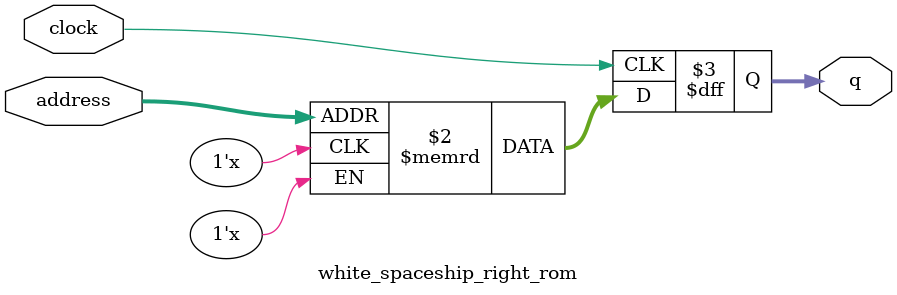
<source format=sv>
module white_spaceship_right_rom (
	input logic clock,
	input logic [7:0] address,
	output logic [1:0] q
);

logic [1:0] memory [0:195] /* synthesis ram_init_file = "./Sprites/white_spaceship_right/white_spaceship_right.mif" */;

always_ff @ (posedge clock) begin
	q <= memory[address];
end

endmodule

</source>
